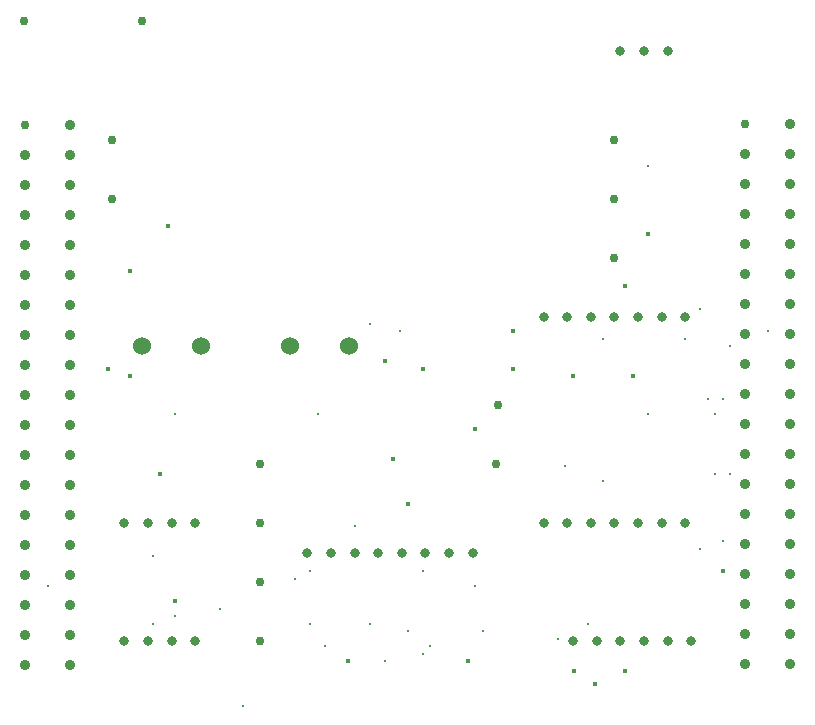
<source format=gbr>
G04 PROTEUS GERBER X2 FILE*
%TF.GenerationSoftware,Labcenter,Proteus,8.12-SP0-Build30713*%
%TF.CreationDate,2021-08-02T00:20:26+00:00*%
%TF.FileFunction,Plated,1,2,PTH*%
%TF.FilePolarity,Positive*%
%TF.Part,Single*%
%TF.SameCoordinates,{4cff7d1c-7656-49df-93de-6e2fb68f4e0e}*%
%FSLAX45Y45*%
%MOMM*%
G01*
%TA.AperFunction,ViaDrill*%
%ADD75C,0.381000*%
%ADD76C,0.254000*%
%TA.AperFunction,ComponentDrill*%
%ADD77C,0.762000*%
%ADD78C,0.889000*%
%TA.AperFunction,ComponentDrill*%
%ADD79C,1.524000*%
%TA.AperFunction,ComponentDrill*%
%ADD80C,0.812800*%
%TD.AperFunction*%
D75*
X+3627000Y+2809500D03*
X+1150500Y+3635000D03*
X+4008000Y+333000D03*
X+2992000Y+333000D03*
X+5341500Y+3508000D03*
X+960000Y+2809500D03*
X+3500000Y+1666500D03*
X+3373000Y+2047500D03*
X+3309500Y+2873000D03*
X+1150500Y+2746000D03*
D76*
X+5532000Y+2428500D03*
D75*
X+6167000Y+1095000D03*
X+5087500Y+142500D03*
X+4897000Y+2746000D03*
X+5405000Y+2746000D03*
X+4071500Y+2301500D03*
X+1468000Y+4016000D03*
X+1531500Y+841000D03*
X+4389000Y+3127000D03*
X+1404500Y+1920500D03*
X+4389000Y+2809500D03*
D76*
X+1341000Y+650500D03*
X+1531500Y+714000D03*
X+1912500Y+777500D03*
X+1341000Y+1222000D03*
X+3690500Y+460000D03*
X+3627000Y+396500D03*
X+3627000Y+1095000D03*
X+3309500Y+333000D03*
X+2674500Y+650500D03*
X+2674500Y+1095000D03*
X+5151000Y+3063500D03*
X+5849500Y+3063500D03*
X+5976500Y+3317500D03*
X+5532000Y+4524000D03*
X+6040000Y+2555500D03*
X+1531500Y+2428500D03*
X+2738000Y+2428500D03*
X+3055500Y+1476000D03*
X+6103500Y+2428500D03*
X+6167000Y+2555500D03*
X+4833500Y+1984000D03*
X+2801500Y+460000D03*
X+6548000Y+3127000D03*
X+4071500Y+968000D03*
X+4770000Y+523500D03*
X+5024000Y+650500D03*
X+4135000Y+587000D03*
X+5151000Y+1857000D03*
X+6167000Y+1349000D03*
X+6230500Y+3000000D03*
X+3182500Y+650500D03*
X+2547500Y+1031500D03*
X+3436500Y+3127000D03*
X+3500000Y+587000D03*
D75*
X+5532000Y+3952500D03*
D76*
X+452000Y+968000D03*
X+3182500Y+3190500D03*
X+6230500Y+1920500D03*
X+6103500Y+1920500D03*
X+5976500Y+1285500D03*
X+2103000Y-48000D03*
D75*
X+5341901Y+254324D03*
X+4903782Y+254324D03*
D77*
X+260000Y+4876000D03*
D78*
X+641000Y+4876000D03*
X+260000Y+4622000D03*
X+641000Y+4622000D03*
X+260000Y+4368000D03*
X+641000Y+4368000D03*
X+260000Y+4114000D03*
X+641000Y+4114000D03*
X+260000Y+3860000D03*
X+641000Y+3860000D03*
X+260000Y+3606000D03*
X+641000Y+3606000D03*
X+260000Y+3352000D03*
X+641000Y+3352000D03*
X+260000Y+3098000D03*
X+641000Y+3098000D03*
X+260000Y+2844000D03*
X+641000Y+2844000D03*
X+260000Y+2590000D03*
X+641000Y+2590000D03*
X+260000Y+2336000D03*
X+641000Y+2336000D03*
X+260000Y+2082000D03*
X+641000Y+2082000D03*
X+260000Y+1828000D03*
X+641000Y+1828000D03*
X+260000Y+1574000D03*
X+641000Y+1574000D03*
X+260000Y+1320000D03*
X+641000Y+1320000D03*
X+260000Y+1066000D03*
X+641000Y+1066000D03*
X+260000Y+812000D03*
X+641000Y+812000D03*
X+260000Y+558000D03*
X+641000Y+558000D03*
X+260000Y+304000D03*
X+641000Y+304000D03*
D77*
X+6356000Y+4880000D03*
D78*
X+6737000Y+4880000D03*
X+6356000Y+4626000D03*
X+6737000Y+4626000D03*
X+6356000Y+4372000D03*
X+6737000Y+4372000D03*
X+6356000Y+4118000D03*
X+6737000Y+4118000D03*
X+6356000Y+3864000D03*
X+6737000Y+3864000D03*
X+6356000Y+3610000D03*
X+6737000Y+3610000D03*
X+6356000Y+3356000D03*
X+6737000Y+3356000D03*
X+6356000Y+3102000D03*
X+6737000Y+3102000D03*
X+6356000Y+2848000D03*
X+6737000Y+2848000D03*
X+6356000Y+2594000D03*
X+6737000Y+2594000D03*
X+6356000Y+2340000D03*
X+6737000Y+2340000D03*
X+6356000Y+2086000D03*
X+6737000Y+2086000D03*
X+6356000Y+1832000D03*
X+6737000Y+1832000D03*
X+6356000Y+1578000D03*
X+6737000Y+1578000D03*
X+6356000Y+1324000D03*
X+6737000Y+1324000D03*
X+6356000Y+1070000D03*
X+6737000Y+1070000D03*
X+6356000Y+816000D03*
X+6737000Y+816000D03*
X+6356000Y+562000D03*
X+6737000Y+562000D03*
X+6356000Y+308000D03*
X+6737000Y+308000D03*
D79*
X+1250000Y+3000000D03*
X+1750380Y+3000000D03*
X+2500000Y+3000000D03*
X+3000380Y+3000000D03*
D80*
X+5900000Y+500000D03*
X+5700000Y+500000D03*
X+5500000Y+500000D03*
X+5300000Y+500000D03*
X+5100000Y+500000D03*
X+4900000Y+500000D03*
X+5850000Y+1500000D03*
X+5650000Y+1500000D03*
X+5450000Y+1500000D03*
X+5250000Y+1500000D03*
X+5050000Y+1500000D03*
X+4850000Y+1500000D03*
X+4650000Y+1500000D03*
X+5850000Y+3250000D03*
X+5650000Y+3250000D03*
X+5450000Y+3250000D03*
X+5250000Y+3250000D03*
X+5050000Y+3250000D03*
X+4850000Y+3250000D03*
X+4650000Y+3250000D03*
X+1700000Y+1500000D03*
X+1500000Y+1500000D03*
X+1300000Y+1500000D03*
X+1100000Y+1500000D03*
X+1700000Y+500000D03*
X+1500000Y+500000D03*
X+1300000Y+500000D03*
X+1100000Y+500000D03*
X+4050000Y+1250000D03*
X+3850000Y+1250000D03*
X+3650000Y+1250000D03*
X+3450000Y+1250000D03*
X+3250000Y+1250000D03*
X+3050000Y+1250000D03*
X+2850000Y+1250000D03*
X+2650000Y+1250000D03*
X+5700000Y+5500000D03*
X+5500000Y+5500000D03*
X+5300000Y+5500000D03*
D77*
X+250000Y+5750000D03*
X+1250000Y+5750000D03*
X+1000000Y+4750000D03*
X+1000000Y+4250000D03*
X+2250000Y+2000000D03*
X+2250000Y+1500000D03*
X+2250000Y+1000000D03*
X+2250000Y+500000D03*
X+4262000Y+2500000D03*
X+4250000Y+2000000D03*
X+5250000Y+4750000D03*
X+5250000Y+4250000D03*
X+5250000Y+3750000D03*
M02*

</source>
